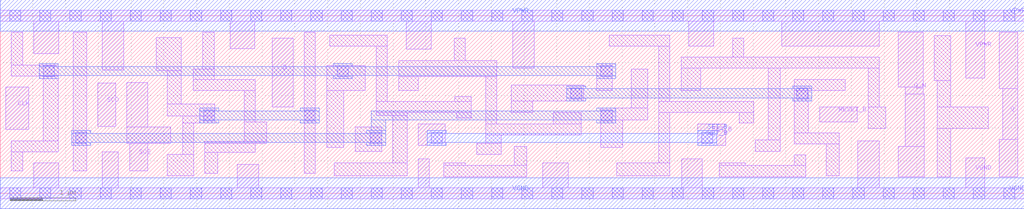
<source format=lef>
# Copyright 2020 The SkyWater PDK Authors
#
# Licensed under the Apache License, Version 2.0 (the "License");
# you may not use this file except in compliance with the License.
# You may obtain a copy of the License at
#
#     https://www.apache.org/licenses/LICENSE-2.0
#
# Unless required by applicable law or agreed to in writing, software
# distributed under the License is distributed on an "AS IS" BASIS,
# WITHOUT WARRANTIES OR CONDITIONS OF ANY KIND, either express or implied.
# See the License for the specific language governing permissions and
# limitations under the License.
#
# SPDX-License-Identifier: Apache-2.0

VERSION 5.7 ;
  NAMESCASESENSITIVE ON ;
  NOWIREEXTENSIONATPIN ON ;
  DIVIDERCHAR "/" ;
  BUSBITCHARS "[]" ;
UNITS
  DATABASE MICRONS 200 ;
END UNITS
PROPERTYDEFINITIONS
  MACRO maskLayoutSubType STRING ;
  MACRO prCellType STRING ;
  MACRO originalViewName STRING ;
END PROPERTYDEFINITIONS
MACRO sky130_fd_sc_hdll__sdfbbp_1
  CLASS CORE ;
  FOREIGN sky130_fd_sc_hdll__sdfbbp_1 ;
  ORIGIN  0.000000  0.000000 ;
  SIZE  15.64000 BY  2.720000 ;
  SYMMETRY X Y R90 ;
  SITE unithd ;
  PIN CLK
    ANTENNAGATEAREA  0.178200 ;
    DIRECTION INPUT ;
    USE SIGNAL ;
    PORT
      LAYER li1 ;
        RECT 0.085000 0.975000 0.435000 1.625000 ;
    END
  END CLK
  PIN D
    ANTENNAGATEAREA  0.138600 ;
    DIRECTION INPUT ;
    USE SIGNAL ;
    PORT
      LAYER li1 ;
        RECT 4.155000 1.325000 4.475000 2.375000 ;
    END
  END D
  PIN Q
    ANTENNADIFFAREA  0.439000 ;
    DIRECTION OUTPUT ;
    USE SIGNAL ;
    PORT
      LAYER li1 ;
        RECT 15.260000 0.255000 15.545000 0.825000 ;
        RECT 15.260000 1.605000 15.545000 2.465000 ;
        RECT 15.310000 0.825000 15.545000 1.605000 ;
    END
  END Q
  PIN Q_N
    ANTENNADIFFAREA  0.595750 ;
    DIRECTION OUTPUT ;
    USE SIGNAL ;
    PORT
      LAYER li1 ;
        RECT 13.715000 0.255000 14.115000 0.715000 ;
        RECT 13.715000 1.630000 14.095000 2.465000 ;
        RECT 13.820000 0.715000 14.115000 1.520000 ;
        RECT 13.820000 1.520000 14.095000 1.630000 ;
    END
  END Q_N
  PIN RESET_B
    ANTENNAGATEAREA  0.178200 ;
    DIRECTION INPUT ;
    USE SIGNAL ;
    PORT
      LAYER li1 ;
        RECT 12.515000 1.095000 13.090000 1.325000 ;
    END
  END RESET_B
  PIN SCD
    ANTENNAGATEAREA  0.178200 ;
    DIRECTION INPUT ;
    USE SIGNAL ;
    PORT
      LAYER li1 ;
        RECT 1.490000 1.025000 1.765000 1.685000 ;
    END
  END SCD
  PIN SCE
    ANTENNAGATEAREA  0.277200 ;
    DIRECTION INPUT ;
    USE SIGNAL ;
    PORT
      LAYER li1 ;
        RECT 1.935000 0.760000 2.255000 0.765000 ;
        RECT 1.935000 0.765000 2.605000 1.015000 ;
        RECT 1.935000 1.015000 2.255000 1.695000 ;
        RECT 1.975000 0.345000 2.255000 0.760000 ;
    END
  END SCE
  PIN SET_B
    ANTENNAGATEAREA  0.277200 ;
    DIRECTION INPUT ;
    USE SIGNAL ;
    PORT
      LAYER li1 ;
        RECT  6.385000 0.735000  6.795000 1.065000 ;
        RECT 10.655000 0.735000 11.080000 1.065000 ;
      LAYER mcon ;
        RECT  6.585000 0.765000  6.755000 0.935000 ;
        RECT 10.715000 0.765000 10.885000 0.935000 ;
      LAYER met1 ;
        RECT  6.525000 0.735000  6.815000 0.780000 ;
        RECT  6.525000 0.780000 10.945000 0.920000 ;
        RECT  6.525000 0.920000  6.815000 0.965000 ;
        RECT 10.655000 0.735000 10.945000 0.780000 ;
        RECT 10.655000 0.920000 10.945000 0.965000 ;
    END
  END SET_B
  PIN VGND
    DIRECTION INOUT ;
    USE GROUND ;
    PORT
      LAYER li1 ;
        RECT  0.000000 -0.085000 15.640000 0.085000 ;
        RECT  0.515000  0.085000  0.895000 0.465000 ;
        RECT  1.555000  0.085000  1.805000 0.635000 ;
        RECT  3.620000  0.085000  3.950000 0.445000 ;
        RECT  6.385000  0.085000  6.555000 0.525000 ;
        RECT  8.290000  0.085000  8.675000 0.465000 ;
        RECT 10.410000  0.085000 10.720000 0.525000 ;
        RECT 13.100000  0.085000 13.430000 0.805000 ;
        RECT 14.750000  0.085000 15.040000 0.545000 ;
      LAYER mcon ;
        RECT  0.145000 -0.085000  0.315000 0.085000 ;
        RECT  0.605000 -0.085000  0.775000 0.085000 ;
        RECT  1.065000 -0.085000  1.235000 0.085000 ;
        RECT  1.525000 -0.085000  1.695000 0.085000 ;
        RECT  1.985000 -0.085000  2.155000 0.085000 ;
        RECT  2.445000 -0.085000  2.615000 0.085000 ;
        RECT  2.905000 -0.085000  3.075000 0.085000 ;
        RECT  3.365000 -0.085000  3.535000 0.085000 ;
        RECT  3.825000 -0.085000  3.995000 0.085000 ;
        RECT  4.285000 -0.085000  4.455000 0.085000 ;
        RECT  4.745000 -0.085000  4.915000 0.085000 ;
        RECT  5.205000 -0.085000  5.375000 0.085000 ;
        RECT  5.665000 -0.085000  5.835000 0.085000 ;
        RECT  6.125000 -0.085000  6.295000 0.085000 ;
        RECT  6.585000 -0.085000  6.755000 0.085000 ;
        RECT  7.045000 -0.085000  7.215000 0.085000 ;
        RECT  7.505000 -0.085000  7.675000 0.085000 ;
        RECT  7.965000 -0.085000  8.135000 0.085000 ;
        RECT  8.425000 -0.085000  8.595000 0.085000 ;
        RECT  8.885000 -0.085000  9.055000 0.085000 ;
        RECT  9.345000 -0.085000  9.515000 0.085000 ;
        RECT  9.805000 -0.085000  9.975000 0.085000 ;
        RECT 10.265000 -0.085000 10.435000 0.085000 ;
        RECT 10.725000 -0.085000 10.895000 0.085000 ;
        RECT 11.185000 -0.085000 11.355000 0.085000 ;
        RECT 11.645000 -0.085000 11.815000 0.085000 ;
        RECT 12.105000 -0.085000 12.275000 0.085000 ;
        RECT 12.565000 -0.085000 12.735000 0.085000 ;
        RECT 13.025000 -0.085000 13.195000 0.085000 ;
        RECT 13.485000 -0.085000 13.655000 0.085000 ;
        RECT 13.945000 -0.085000 14.115000 0.085000 ;
        RECT 14.405000 -0.085000 14.575000 0.085000 ;
        RECT 14.865000 -0.085000 15.035000 0.085000 ;
        RECT 15.325000 -0.085000 15.495000 0.085000 ;
      LAYER met1 ;
        RECT 0.000000 -0.240000 15.640000 0.240000 ;
    END
  END VGND
  PIN VPWR
    DIRECTION INOUT ;
    USE POWER ;
    PORT
      LAYER li1 ;
        RECT  0.000000 2.635000 15.640000 2.805000 ;
        RECT  0.515000 2.135000  0.895000 2.635000 ;
        RECT  1.555000 1.885000  1.885000 2.635000 ;
        RECT  3.510000 2.215000  3.890000 2.635000 ;
        RECT  6.205000 2.205000  6.585000 2.635000 ;
        RECT  7.825000 1.915000  8.155000 2.635000 ;
        RECT 10.520000 2.255000 10.900000 2.635000 ;
        RECT 11.940000 2.255000 13.430000 2.635000 ;
        RECT 14.745000 1.765000 15.040000 2.635000 ;
      LAYER mcon ;
        RECT  0.145000 2.635000  0.315000 2.805000 ;
        RECT  0.605000 2.635000  0.775000 2.805000 ;
        RECT  1.065000 2.635000  1.235000 2.805000 ;
        RECT  1.525000 2.635000  1.695000 2.805000 ;
        RECT  1.985000 2.635000  2.155000 2.805000 ;
        RECT  2.445000 2.635000  2.615000 2.805000 ;
        RECT  2.905000 2.635000  3.075000 2.805000 ;
        RECT  3.365000 2.635000  3.535000 2.805000 ;
        RECT  3.825000 2.635000  3.995000 2.805000 ;
        RECT  4.285000 2.635000  4.455000 2.805000 ;
        RECT  4.745000 2.635000  4.915000 2.805000 ;
        RECT  5.205000 2.635000  5.375000 2.805000 ;
        RECT  5.665000 2.635000  5.835000 2.805000 ;
        RECT  6.125000 2.635000  6.295000 2.805000 ;
        RECT  6.585000 2.635000  6.755000 2.805000 ;
        RECT  7.045000 2.635000  7.215000 2.805000 ;
        RECT  7.505000 2.635000  7.675000 2.805000 ;
        RECT  7.965000 2.635000  8.135000 2.805000 ;
        RECT  8.425000 2.635000  8.595000 2.805000 ;
        RECT  8.885000 2.635000  9.055000 2.805000 ;
        RECT  9.345000 2.635000  9.515000 2.805000 ;
        RECT  9.805000 2.635000  9.975000 2.805000 ;
        RECT 10.265000 2.635000 10.435000 2.805000 ;
        RECT 10.725000 2.635000 10.895000 2.805000 ;
        RECT 11.185000 2.635000 11.355000 2.805000 ;
        RECT 11.645000 2.635000 11.815000 2.805000 ;
        RECT 12.105000 2.635000 12.275000 2.805000 ;
        RECT 12.565000 2.635000 12.735000 2.805000 ;
        RECT 13.025000 2.635000 13.195000 2.805000 ;
        RECT 13.485000 2.635000 13.655000 2.805000 ;
        RECT 13.945000 2.635000 14.115000 2.805000 ;
        RECT 14.405000 2.635000 14.575000 2.805000 ;
        RECT 14.865000 2.635000 15.035000 2.805000 ;
        RECT 15.325000 2.635000 15.495000 2.805000 ;
      LAYER met1 ;
        RECT 0.000000 2.480000 15.640000 2.960000 ;
    END
  END VPWR
  OBS
    LAYER li1 ;
      RECT  0.170000 0.345000  0.345000 0.635000 ;
      RECT  0.170000 0.635000  0.885000 0.805000 ;
      RECT  0.170000 1.795000  0.885000 1.965000 ;
      RECT  0.170000 1.965000  0.345000 2.465000 ;
      RECT  0.655000 0.805000  0.885000 1.795000 ;
      RECT  1.115000 0.345000  1.320000 2.465000 ;
      RECT  2.385000 1.875000  2.765000 2.385000 ;
      RECT  2.550000 0.265000  2.955000 0.595000 ;
      RECT  2.550000 1.185000  3.275000 1.365000 ;
      RECT  2.550000 1.365000  2.765000 1.875000 ;
      RECT  2.785000 0.595000  2.955000 1.075000 ;
      RECT  2.785000 1.075000  3.275000 1.185000 ;
      RECT  2.945000 1.575000  3.895000 1.745000 ;
      RECT  2.945000 1.745000  3.265000 1.905000 ;
      RECT  3.095000 1.905000  3.265000 2.465000 ;
      RECT  3.125000 0.305000  3.325000 0.625000 ;
      RECT  3.125000 0.625000  3.895000 0.765000 ;
      RECT  3.125000 0.765000  4.070000 0.795000 ;
      RECT  3.725000 0.795000  4.070000 1.095000 ;
      RECT  3.725000 1.095000  3.895000 1.575000 ;
      RECT  4.645000 0.305000  4.815000 2.465000 ;
      RECT  4.985000 0.705000  5.245000 1.575000 ;
      RECT  4.985000 1.575000  5.575000 1.955000 ;
      RECT  5.035000 2.250000  5.915000 2.420000 ;
      RECT  5.100000 0.265000  6.215000 0.465000 ;
      RECT  5.425000 0.645000  5.825000 1.015000 ;
      RECT  5.745000 1.195000  6.215000 1.235000 ;
      RECT  5.745000 1.235000  7.195000 1.405000 ;
      RECT  5.745000 1.405000  5.915000 2.250000 ;
      RECT  5.995000 0.465000  6.215000 1.195000 ;
      RECT  6.085000 1.575000  6.385000 1.785000 ;
      RECT  6.085000 1.785000  7.585000 2.035000 ;
      RECT  6.775000 0.255000  8.045000 0.425000 ;
      RECT  6.775000 0.425000  7.105000 0.465000 ;
      RECT  6.935000 2.035000  7.105000 2.375000 ;
      RECT  6.945000 1.405000  7.195000 1.485000 ;
      RECT  6.975000 1.155000  7.195000 1.235000 ;
      RECT  7.275000 0.595000  7.655000 0.765000 ;
      RECT  7.415000 0.765000  7.655000 0.895000 ;
      RECT  7.415000 0.895000  8.875000 1.065000 ;
      RECT  7.415000 1.065000  7.585000 1.785000 ;
      RECT  7.805000 1.235000  8.135000 1.415000 ;
      RECT  7.805000 1.415000  8.910000 1.655000 ;
      RECT  7.850000 0.425000  8.045000 0.715000 ;
      RECT  8.445000 1.065000  8.875000 1.235000 ;
      RECT  9.110000 1.575000  9.345000 1.985000 ;
      RECT  9.170000 0.705000  9.510000 1.125000 ;
      RECT  9.170000 1.125000  9.890000 1.305000 ;
      RECT  9.300000 2.250000 10.230000 2.420000 ;
      RECT  9.415000 0.265000 10.230000 0.465000 ;
      RECT  9.635000 1.305000  9.890000 1.905000 ;
      RECT 10.060000 0.465000 10.230000 1.235000 ;
      RECT 10.060000 1.235000 11.510000 1.405000 ;
      RECT 10.060000 1.405000 10.230000 2.250000 ;
      RECT 10.400000 1.575000 10.700000 1.915000 ;
      RECT 10.400000 1.915000 13.430000 2.085000 ;
      RECT 10.980000 0.255000 12.300000 0.425000 ;
      RECT 10.980000 0.425000 11.380000 0.465000 ;
      RECT 11.190000 2.085000 11.360000 2.375000 ;
      RECT 11.290000 1.075000 11.510000 1.235000 ;
      RECT 11.535000 0.645000 11.915000 0.815000 ;
      RECT 11.730000 0.815000 11.915000 1.915000 ;
      RECT 12.125000 0.425000 12.300000 0.585000 ;
      RECT 12.130000 0.755000 12.815000 0.925000 ;
      RECT 12.130000 0.925000 12.345000 1.575000 ;
      RECT 12.130000 1.575000 12.905000 1.745000 ;
      RECT 12.615000 0.265000 12.815000 0.755000 ;
      RECT 13.260000 0.995000 13.525000 1.325000 ;
      RECT 13.260000 1.325000 13.430000 1.915000 ;
      RECT 14.265000 1.725000 14.520000 2.415000 ;
      RECT 14.315000 0.255000 14.520000 0.995000 ;
      RECT 14.315000 0.995000 15.090000 1.325000 ;
      RECT 14.315000 1.325000 14.520000 1.725000 ;
    LAYER mcon ;
      RECT  0.655000 1.785000  0.825000 1.955000 ;
      RECT  1.150000 0.765000  1.320000 0.935000 ;
      RECT  3.105000 1.105000  3.275000 1.275000 ;
      RECT  4.645000 1.105000  4.815000 1.275000 ;
      RECT  5.145000 1.785000  5.315000 1.955000 ;
      RECT  5.655000 0.765000  5.825000 0.935000 ;
      RECT  8.715000 1.445000  8.885000 1.615000 ;
      RECT  9.175000 1.105000  9.345000 1.275000 ;
      RECT  9.175000 1.785000  9.345000 1.955000 ;
      RECT 12.165000 1.445000 12.335000 1.615000 ;
    LAYER met1 ;
      RECT  0.595000 1.755000  0.885000 1.800000 ;
      RECT  0.595000 1.800000  9.405000 1.940000 ;
      RECT  0.595000 1.940000  0.885000 1.985000 ;
      RECT  1.090000 0.735000  1.380000 0.780000 ;
      RECT  1.090000 0.780000  5.885000 0.920000 ;
      RECT  1.090000 0.920000  1.380000 0.965000 ;
      RECT  3.045000 1.075000  3.335000 1.120000 ;
      RECT  3.045000 1.120000  4.875000 1.260000 ;
      RECT  3.045000 1.260000  3.335000 1.305000 ;
      RECT  4.585000 1.075000  4.875000 1.120000 ;
      RECT  4.585000 1.260000  4.875000 1.305000 ;
      RECT  5.085000 1.755000  5.375000 1.800000 ;
      RECT  5.085000 1.940000  5.375000 1.985000 ;
      RECT  5.595000 0.735000  5.885000 0.780000 ;
      RECT  5.595000 0.920000  5.885000 0.965000 ;
      RECT  5.670000 0.965000  5.885000 1.120000 ;
      RECT  5.670000 1.120000  9.405000 1.260000 ;
      RECT  8.655000 1.415000  8.945000 1.460000 ;
      RECT  8.655000 1.460000 12.395000 1.600000 ;
      RECT  8.655000 1.600000  8.945000 1.645000 ;
      RECT  9.115000 1.075000  9.405000 1.120000 ;
      RECT  9.115000 1.260000  9.405000 1.305000 ;
      RECT  9.115000 1.755000  9.405000 1.800000 ;
      RECT  9.115000 1.940000  9.405000 1.985000 ;
      RECT 12.105000 1.415000 12.395000 1.460000 ;
      RECT 12.105000 1.600000 12.395000 1.645000 ;
  END
  PROPERTY maskLayoutSubType "abstract" ;
  PROPERTY prCellType "standard" ;
  PROPERTY originalViewName "layout" ;
END sky130_fd_sc_hdll__sdfbbp_1

</source>
